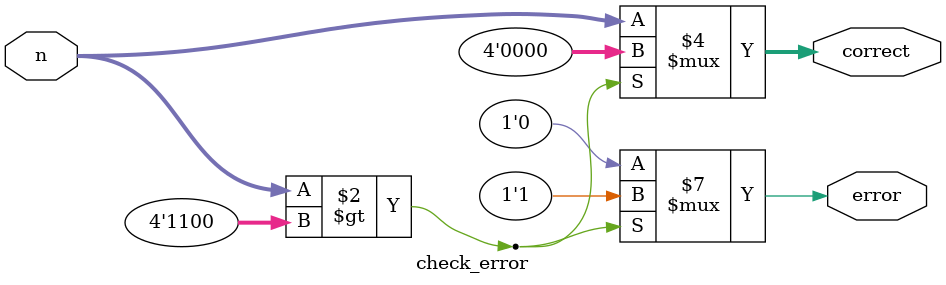
<source format=v>
`timescale 1ns / 1ps

module check_error(
    
    input wire [3:0] n,
    output reg [3:0] correct,
    output reg error
    );
    always@(n)
        begin
            if(n > 4'b1100)
                begin
                    error <= 1;
                    correct <= 0;
                end
            else
                begin
                    error <= 0;
                    correct <= n;
                end
        end       
endmodule

</source>
